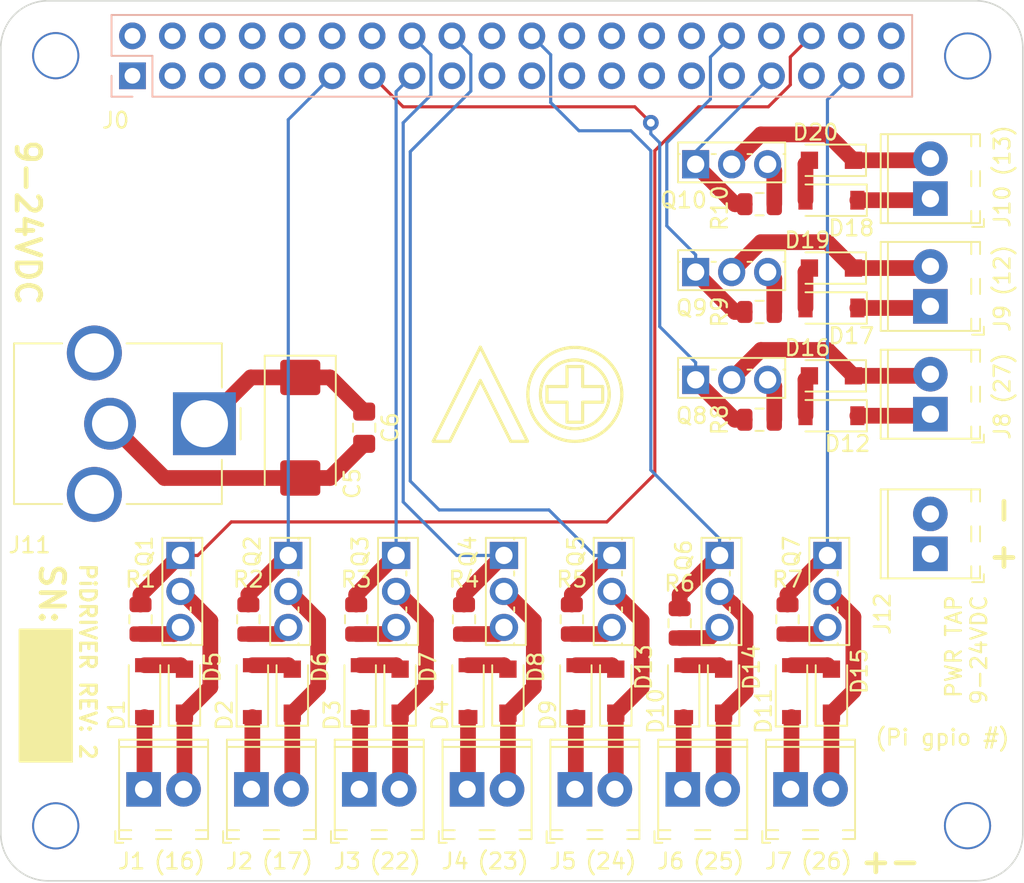
<source format=kicad_pcb>
(kicad_pcb (version 20171130) (host pcbnew "(5.0.0-3-g5ebb6b6)")
  (title_block (title PiDriver) (date 2018-09-06) (rev 2) (company "Alpine Oral Tech, Inc.") (comment 1 "Copyright 2018 by Alpine Oral Tech. Inc. All Rights Reserved."))
  (layers (0 F.Cu signal) (1 In1.Cu power hide) (2 In2.Cu power hide) (31 B.Cu signal) (34 B.Paste user) (35 F.Paste user) (36 B.SilkS user) (37 F.SilkS user) (38 B.Mask user) (39 F.Mask user) (44 Edge.Cuts user))
  (net 0 "")
  (net 1 GND)
  (net 2 VCC)
  (net 3 "Net-(D8-Pad1)")
  (net 4 "Net-(D20-Pad1)")
  (net 5 "Net-(D19-Pad1)")
  (net 6 "Net-(D16-Pad1)")
  (net 7 "Net-(D15-Pad1)")
  (net 8 "Net-(D5-Pad1)")
  (net 9 "Net-(D6-Pad1)")
  (net 10 "Net-(D7-Pad1)")
  (net 11 "Net-(D14-Pad1)")
  (net 12 "Net-(D13-Pad1)")
  (net 13 /DRIVER_10)
  (net 14 /DRIVER_9)
  (net 15 /DRIVER_8)
  (net 16 /DRIVER_7)
  (net 17 /DRIVER_6)
  (net 18 /DRIVER_5)
  (net 19 /DRIVER_4)
  (net 20 /DRIVER_3)
  (net 21 /DRIVER_2)
  (net 22 /DRIVER_1)
  (net 23 "Net-(D18-Pad2)")
  (net 24 "Net-(D17-Pad2)")
  (net 25 "Net-(D12-Pad2)")
  (net 26 "Net-(D11-Pad2)")
  (net 27 "Net-(D10-Pad2)")
  (net 28 "Net-(D13-Pad2)")
  (net 29 "Net-(D4-Pad2)")
  (net 30 "Net-(D3-Pad2)")
  (net 31 "Net-(D2-Pad2)")
  (net 32 "Net-(D1-Pad2)")
  (net 33 "Net-(J0-Pad40)")
  (net 34 "Net-(J0-Pad38)")
  (net 35 "Net-(J0-Pad35)")
  (net 36 "Net-(J0-Pad31)")
  (net 37 "Net-(J0-Pad29)")
  (net 38 "Net-(J0-Pad28)")
  (net 39 "Net-(J0-Pad27)")
  (net 40 "Net-(J0-Pad26)")
  (net 41 "Net-(J0-Pad24)")
  (net 42 "Net-(J0-Pad23)")
  (net 43 "Net-(J0-Pad21)")
  (net 44 "Net-(J0-Pad19)")
  (net 45 "Net-(J0-Pad17)")
  (net 46 "Net-(J0-Pad12)")
  (net 47 "Net-(J0-Pad10)")
  (net 48 "Net-(J0-Pad8)")
  (net 49 "Net-(J0-Pad7)")
  (net 50 "Net-(J0-Pad5)")
  (net 51 "Net-(J0-Pad3)")
  (net 52 "Net-(J0-Pad1)")
  (net 53 "Net-(J0-Pad4)")
  (net 54 "Net-(J0-Pad2)")
  (module project_footprints:AlpineLogo (layer F.Cu) (at 112.014 88.9)
    (fp_text reference LOGO1 hide)
    (fp_text value AlpineLogo hide)
  )
  (module TerminalBlock_Phoenix:TerminalBlock_Phoenix_MPT-0,5-2-2.54_1x02_P2.54mm_Horizontal (layer F.Cu) (at 137.668 96.012 90)
    (fp_text reference J12 (at -3.81 -3.048 90) (layer F.SilkS))
    (fp_text value Screw_Terminal_01x02)
    (pad 1 thru_hole rect (at 0 0 90) (size 2.2 2.2) (drill 1.1) (layers *.Cu *.Mask) (net 2 VCC))
    (pad "" np_thru_hole circle (at 0 2.54 90) (size 1.1 1.1) (drill 1.1) (layers *.Cu *.Mask))
    (pad 2 thru_hole circle (at 2.54 0 90) (size 2.2 2.2) (drill 1.1) (layers *.Cu *.Mask) (net 1 GND))
    (pad "" np_thru_hole circle (at 2.54 2.54 90) (size 1.1 1.1) (drill 1.1) (layers *.Cu *.Mask))
  )
  (module Capacitor_Tantalum_SMD:CP_EIA-7343-43_Kemet-X_Pad2.25x2.55mm_HandSolder (layer F.Cu) (at 97.593001 87.985001 270)
    (fp_text reference C5 (at 3.556 -3.302 270) (layer F.SilkS))
    (fp_text value 100uF)
    (pad 1 smd roundrect (at -3.2 0 270) (size 2.25 2.55) (layers F.Cu F.Paste F.Mask) (roundrect_rratio 0.111111) (net 2 VCC))
    (pad 2 smd roundrect (at 3.2 0 270) (size 2.25 2.55) (layers F.Cu F.Paste F.Mask) (roundrect_rratio 0.111111) (net 1 GND))
  )
  (module Capacitor_SMD:C_0805_2012Metric_Pad1.15x1.40mm_HandSolder (layer F.Cu) (at 101.657001 87.985001 270)
    (fp_text reference C6 (at 0 -1.65 270) (layer F.SilkS))
    (fp_text value DNP)
    (pad 1 smd roundrect (at -1.025 0 270) (size 1.15 1.4) (layers F.Cu F.Paste F.Mask) (roundrect_rratio 0.217391) (net 2 VCC))
    (pad 2 smd roundrect (at 1.025 0 270) (size 1.15 1.4) (layers F.Cu F.Paste F.Mask) (roundrect_rratio 0.217391) (net 1 GND))
  )
  (module TerminalBlock_Phoenix:TerminalBlock_Phoenix_MPT-0,5-2-2.54_1x02_P2.54mm_Horizontal (layer F.Cu) (at 115.062 110.998)
    (fp_text reference J5 (at -0.762 4.572) (layer F.SilkS))
    (fp_text value Screw_Terminal_01x02 hide)
    (pad "" np_thru_hole circle (at 2.54 2.54) (size 1.1 1.1) (drill 1.1) (layers *.Cu *.Mask))
    (pad 2 thru_hole circle (at 2.54 0) (size 2.2 2.2) (drill 1.1) (layers *.Cu *.Mask) (net 12 "Net-(D13-Pad1)"))
    (pad "" np_thru_hole circle (at 0 2.54) (size 1.1 1.1) (drill 1.1) (layers *.Cu *.Mask))
    (pad 1 thru_hole rect (at 0 0) (size 2.2 2.2) (drill 1.1) (layers *.Cu *.Mask) (net 2 VCC))
  )
  (module TerminalBlock_Phoenix:TerminalBlock_Phoenix_MPT-0,5-2-2.54_1x02_P2.54mm_Horizontal (layer F.Cu) (at 121.92 110.998)
    (fp_text reference J6 (at -0.762 4.572) (layer F.SilkS))
    (fp_text value Screw_Terminal_01x02 hide)
    (pad 1 thru_hole rect (at 0 0) (size 2.2 2.2) (drill 1.1) (layers *.Cu *.Mask) (net 2 VCC))
    (pad "" np_thru_hole circle (at 0 2.54) (size 1.1 1.1) (drill 1.1) (layers *.Cu *.Mask))
    (pad 2 thru_hole circle (at 2.54 0) (size 2.2 2.2) (drill 1.1) (layers *.Cu *.Mask) (net 11 "Net-(D14-Pad1)"))
    (pad "" np_thru_hole circle (at 2.54 2.54) (size 1.1 1.1) (drill 1.1) (layers *.Cu *.Mask))
  )
  (module TerminalBlock_Phoenix:TerminalBlock_Phoenix_MPT-0,5-2-2.54_1x02_P2.54mm_Horizontal (layer F.Cu) (at 101.346 110.998)
    (fp_text reference J3 (at -0.762 4.572) (layer F.SilkS))
    (fp_text value Screw_Terminal_01x02 hide)
    (pad "" np_thru_hole circle (at 2.54 2.54) (size 1.1 1.1) (drill 1.1) (layers *.Cu *.Mask))
    (pad 2 thru_hole circle (at 2.54 0) (size 2.2 2.2) (drill 1.1) (layers *.Cu *.Mask) (net 10 "Net-(D7-Pad1)"))
    (pad "" np_thru_hole circle (at 0 2.54) (size 1.1 1.1) (drill 1.1) (layers *.Cu *.Mask))
    (pad 1 thru_hole rect (at 0 0) (size 2.2 2.2) (drill 1.1) (layers *.Cu *.Mask) (net 2 VCC))
  )
  (module TerminalBlock_Phoenix:TerminalBlock_Phoenix_MPT-0,5-2-2.54_1x02_P2.54mm_Horizontal (layer F.Cu) (at 94.488 110.998)
    (fp_text reference J2 (at -0.762 4.572) (layer F.SilkS))
    (fp_text value Screw_Terminal_01x02 hide)
    (pad 1 thru_hole rect (at 0 0) (size 2.2 2.2) (drill 1.1) (layers *.Cu *.Mask) (net 2 VCC))
    (pad "" np_thru_hole circle (at 0 2.54) (size 1.1 1.1) (drill 1.1) (layers *.Cu *.Mask))
    (pad 2 thru_hole circle (at 2.54 0) (size 2.2 2.2) (drill 1.1) (layers *.Cu *.Mask) (net 9 "Net-(D6-Pad1)"))
    (pad "" np_thru_hole circle (at 2.54 2.54) (size 1.1 1.1) (drill 1.1) (layers *.Cu *.Mask))
  )
  (module TerminalBlock_Phoenix:TerminalBlock_Phoenix_MPT-0,5-2-2.54_1x02_P2.54mm_Horizontal (layer F.Cu) (at 87.63 110.998)
    (fp_text reference J1 (at -0.762 4.572) (layer F.SilkS))
    (fp_text value Screw_Terminal_01x02 hide)
    (pad "" np_thru_hole circle (at 2.54 2.54) (size 1.1 1.1) (drill 1.1) (layers *.Cu *.Mask))
    (pad 2 thru_hole circle (at 2.54 0) (size 2.2 2.2) (drill 1.1) (layers *.Cu *.Mask) (net 8 "Net-(D5-Pad1)"))
    (pad "" np_thru_hole circle (at 0 2.54) (size 1.1 1.1) (drill 1.1) (layers *.Cu *.Mask))
    (pad 1 thru_hole rect (at 0 0) (size 2.2 2.2) (drill 1.1) (layers *.Cu *.Mask) (net 2 VCC))
  )
  (module TerminalBlock_Phoenix:TerminalBlock_Phoenix_MPT-0,5-2-2.54_1x02_P2.54mm_Horizontal (layer F.Cu) (at 128.778 110.998)
    (fp_text reference J7 (at -0.762 4.572) (layer F.SilkS))
    (fp_text value Screw_Terminal_01x02 hide)
    (pad 1 thru_hole rect (at 0 0) (size 2.2 2.2) (drill 1.1) (layers *.Cu *.Mask) (net 2 VCC))
    (pad "" np_thru_hole circle (at 0 2.54) (size 1.1 1.1) (drill 1.1) (layers *.Cu *.Mask))
    (pad 2 thru_hole circle (at 2.54 0) (size 2.2 2.2) (drill 1.1) (layers *.Cu *.Mask) (net 7 "Net-(D15-Pad1)"))
    (pad "" np_thru_hole circle (at 2.54 2.54) (size 1.1 1.1) (drill 1.1) (layers *.Cu *.Mask))
  )
  (module TerminalBlock_Phoenix:TerminalBlock_Phoenix_MPT-0,5-2-2.54_1x02_P2.54mm_Horizontal (layer F.Cu) (at 137.668 87.122 90)
    (fp_text reference J8 (at -0.762 4.572 90) (layer F.SilkS))
    (fp_text value Screw_Terminal_01x02 hide)
    (pad "" np_thru_hole circle (at 2.54 2.54 90) (size 1.1 1.1) (drill 1.1) (layers *.Cu *.Mask))
    (pad 2 thru_hole circle (at 2.54 0 90) (size 2.2 2.2) (drill 1.1) (layers *.Cu *.Mask) (net 6 "Net-(D16-Pad1)"))
    (pad "" np_thru_hole circle (at 0 2.54 90) (size 1.1 1.1) (drill 1.1) (layers *.Cu *.Mask))
    (pad 1 thru_hole rect (at 0 0 90) (size 2.2 2.2) (drill 1.1) (layers *.Cu *.Mask) (net 2 VCC))
  )
  (module TerminalBlock_Phoenix:TerminalBlock_Phoenix_MPT-0,5-2-2.54_1x02_P2.54mm_Horizontal (layer F.Cu) (at 137.668 80.264 90)
    (fp_text reference J9 (at -0.762 4.572 90) (layer F.SilkS))
    (fp_text value Screw_Terminal_01x02 hide)
    (pad 1 thru_hole rect (at 0 0 90) (size 2.2 2.2) (drill 1.1) (layers *.Cu *.Mask) (net 2 VCC))
    (pad "" np_thru_hole circle (at 0 2.54 90) (size 1.1 1.1) (drill 1.1) (layers *.Cu *.Mask))
    (pad 2 thru_hole circle (at 2.54 0 90) (size 2.2 2.2) (drill 1.1) (layers *.Cu *.Mask) (net 5 "Net-(D19-Pad1)"))
    (pad "" np_thru_hole circle (at 2.54 2.54 90) (size 1.1 1.1) (drill 1.1) (layers *.Cu *.Mask))
  )
  (module TerminalBlock_Phoenix:TerminalBlock_Phoenix_MPT-0,5-2-2.54_1x02_P2.54mm_Horizontal (layer F.Cu) (at 137.668 73.406 90)
    (fp_text reference J10 (at -0.508 4.572 90) (layer F.SilkS))
    (fp_text value Screw_Terminal_01x02 hide)
    (pad "" np_thru_hole circle (at 2.54 2.54 90) (size 1.1 1.1) (drill 1.1) (layers *.Cu *.Mask))
    (pad 2 thru_hole circle (at 2.54 0 90) (size 2.2 2.2) (drill 1.1) (layers *.Cu *.Mask) (net 4 "Net-(D20-Pad1)"))
    (pad "" np_thru_hole circle (at 0 2.54 90) (size 1.1 1.1) (drill 1.1) (layers *.Cu *.Mask))
    (pad 1 thru_hole rect (at 0 0 90) (size 2.2 2.2) (drill 1.1) (layers *.Cu *.Mask) (net 2 VCC))
  )
  (module TerminalBlock_Phoenix:TerminalBlock_Phoenix_MPT-0,5-2-2.54_1x02_P2.54mm_Horizontal (layer F.Cu) (at 108.204 110.998)
    (fp_text reference J4 (at -0.762 4.572) (layer F.SilkS))
    (fp_text value Screw_Terminal_01x02 hide)
    (pad 1 thru_hole rect (at 0 0) (size 2.2 2.2) (drill 1.1) (layers *.Cu *.Mask) (net 2 VCC))
    (pad "" np_thru_hole circle (at 0 2.54) (size 1.1 1.1) (drill 1.1) (layers *.Cu *.Mask))
    (pad 2 thru_hole circle (at 2.54 0) (size 2.2 2.2) (drill 1.1) (layers *.Cu *.Mask) (net 3 "Net-(D8-Pad1)"))
    (pad "" np_thru_hole circle (at 2.54 2.54) (size 1.1 1.1) (drill 1.1) (layers *.Cu *.Mask))
  )
  (module Diode_SMD:D_SOD-123 (layer F.Cu) (at 87.687001 104.749001 90)
    (fp_text reference D1 (at -1.524 -1.778 90) (layer F.SilkS))
    (fp_text value 1N4448W)
    (pad 2 smd rect (at 1.65 0 90) (size 0.9 1.2) (layers F.Cu F.Paste F.Mask) (net 32 "Net-(D1-Pad2)"))
    (pad 1 smd rect (at -1.65 0 90) (size 0.9 1.2) (layers F.Cu F.Paste F.Mask) (net 2 VCC))
  )
  (module Diode_SMD:D_SOD-123 (layer F.Cu) (at 94.545001 104.749001 90)
    (fp_text reference D2 (at -1.524 -1.778 90) (layer F.SilkS))
    (fp_text value 1N4448W)
    (pad 1 smd rect (at -1.65 0 90) (size 0.9 1.2) (layers F.Cu F.Paste F.Mask) (net 2 VCC))
    (pad 2 smd rect (at 1.65 0 90) (size 0.9 1.2) (layers F.Cu F.Paste F.Mask) (net 31 "Net-(D2-Pad2)"))
  )
  (module Diode_SMD:D_SOD-123 (layer F.Cu) (at 101.403001 104.749001 90)
    (fp_text reference D3 (at -1.524 -1.778 90) (layer F.SilkS))
    (fp_text value 1N4448W)
    (pad 2 smd rect (at 1.65 0 90) (size 0.9 1.2) (layers F.Cu F.Paste F.Mask) (net 30 "Net-(D3-Pad2)"))
    (pad 1 smd rect (at -1.65 0 90) (size 0.9 1.2) (layers F.Cu F.Paste F.Mask) (net 2 VCC))
  )
  (module Diode_SMD:D_SOD-123 (layer F.Cu) (at 108.261001 104.749001 90)
    (fp_text reference D4 (at -1.524 -1.778 90) (layer F.SilkS))
    (fp_text value 1N4448W)
    (pad 1 smd rect (at -1.65 0 90) (size 0.9 1.2) (layers F.Cu F.Paste F.Mask) (net 2 VCC))
    (pad 2 smd rect (at 1.65 0 90) (size 0.9 1.2) (layers F.Cu F.Paste F.Mask) (net 29 "Net-(D4-Pad2)"))
  )
  (module Diode_SMD:D_SOD-123 (layer F.Cu) (at 115.119001 104.749001 90)
    (fp_text reference D9 (at -1.524 -1.778 90) (layer F.SilkS))
    (fp_text value 1N4448W)
    (pad 2 smd rect (at 1.65 0 90) (size 0.9 1.2) (layers F.Cu F.Paste F.Mask) (net 28 "Net-(D13-Pad2)"))
    (pad 1 smd rect (at -1.65 0 90) (size 0.9 1.2) (layers F.Cu F.Paste F.Mask) (net 2 VCC))
  )
  (module Diode_SMD:D_SOD-123 (layer F.Cu) (at 121.977001 104.749001 90)
    (fp_text reference D10 (at -1.27 -1.778 90) (layer F.SilkS))
    (fp_text value 1N4448W)
    (pad 1 smd rect (at -1.65 0 90) (size 0.9 1.2) (layers F.Cu F.Paste F.Mask) (net 2 VCC))
    (pad 2 smd rect (at 1.65 0 90) (size 0.9 1.2) (layers F.Cu F.Paste F.Mask) (net 27 "Net-(D10-Pad2)"))
  )
  (module Diode_SMD:D_SOD-123 (layer F.Cu) (at 128.835001 104.749001 90)
    (fp_text reference D11 (at -1.27 -1.778 90) (layer F.SilkS))
    (fp_text value 1N4448W)
    (pad 2 smd rect (at 1.65 0 90) (size 0.9 1.2) (layers F.Cu F.Paste F.Mask) (net 26 "Net-(D11-Pad2)"))
    (pad 1 smd rect (at -1.65 0 90) (size 0.9 1.2) (layers F.Cu F.Paste F.Mask) (net 2 VCC))
  )
  (module Diode_SMD:D_SOD-123 (layer F.Cu) (at 131.375001 87.223001 180)
    (fp_text reference D12 (at -1.016 -1.778 180) (layer F.SilkS))
    (fp_text value 1N4448W)
    (pad 1 smd rect (at -1.65 0 180) (size 0.9 1.2) (layers F.Cu F.Paste F.Mask) (net 2 VCC))
    (pad 2 smd rect (at 1.65 0 180) (size 0.9 1.2) (layers F.Cu F.Paste F.Mask) (net 25 "Net-(D12-Pad2)"))
  )
  (module Diode_SMD:D_SOD-123 (layer F.Cu) (at 131.375001 80.365001 180)
    (fp_text reference D17 (at -1.27 -1.778 180) (layer F.SilkS))
    (fp_text value 1N4448W)
    (pad 2 smd rect (at 1.65 0 180) (size 0.9 1.2) (layers F.Cu F.Paste F.Mask) (net 24 "Net-(D17-Pad2)"))
    (pad 1 smd rect (at -1.65 0 180) (size 0.9 1.2) (layers F.Cu F.Paste F.Mask) (net 2 VCC))
  )
  (module Diode_SMD:D_SOD-123 (layer F.Cu) (at 131.375001 73.507001 180)
    (fp_text reference D18 (at -1.27 -1.778 180) (layer F.SilkS))
    (fp_text value 1N4448W)
    (pad 1 smd rect (at -1.65 0 180) (size 0.9 1.2) (layers F.Cu F.Paste F.Mask) (net 2 VCC))
    (pad 2 smd rect (at 1.65 0 180) (size 0.9 1.2) (layers F.Cu F.Paste F.Mask) (net 23 "Net-(D18-Pad2)"))
  )
  (module Diode_SMD:D_SOD-123F (layer F.Cu) (at 90.227001 104.749001 90)
    (fp_text reference D5 (at 1.524 1.778 90) (layer F.SilkS))
    (fp_text value DZ2W39000L)
    (pad 2 smd rect (at 1.4 0 90) (size 1.1 1.1) (layers F.Cu F.Paste F.Mask) (net 32 "Net-(D1-Pad2)"))
    (pad 1 smd rect (at -1.4 0 90) (size 1.1 1.1) (layers F.Cu F.Paste F.Mask) (net 8 "Net-(D5-Pad1)"))
  )
  (module Diode_SMD:D_SOD-123F (layer F.Cu) (at 97.085001 104.749001 90)
    (fp_text reference D6 (at 1.524 1.778 90) (layer F.SilkS))
    (fp_text value DZ2W39000L)
    (pad 1 smd rect (at -1.4 0 90) (size 1.1 1.1) (layers F.Cu F.Paste F.Mask) (net 9 "Net-(D6-Pad1)"))
    (pad 2 smd rect (at 1.4 0 90) (size 1.1 1.1) (layers F.Cu F.Paste F.Mask) (net 31 "Net-(D2-Pad2)"))
  )
  (module Diode_SMD:D_SOD-123F (layer F.Cu) (at 103.943001 104.749001 90)
    (fp_text reference D7 (at 1.524 1.778 90) (layer F.SilkS))
    (fp_text value DZ2W39000L)
    (pad 2 smd rect (at 1.4 0 90) (size 1.1 1.1) (layers F.Cu F.Paste F.Mask) (net 30 "Net-(D3-Pad2)"))
    (pad 1 smd rect (at -1.4 0 90) (size 1.1 1.1) (layers F.Cu F.Paste F.Mask) (net 10 "Net-(D7-Pad1)"))
  )
  (module Diode_SMD:D_SOD-123F (layer F.Cu) (at 110.801001 104.749001 90)
    (fp_text reference D8 (at 1.524 1.778 90) (layer F.SilkS))
    (fp_text value DZ2W39000L)
    (pad 1 smd rect (at -1.4 0 90) (size 1.1 1.1) (layers F.Cu F.Paste F.Mask) (net 3 "Net-(D8-Pad1)"))
    (pad 2 smd rect (at 1.4 0 90) (size 1.1 1.1) (layers F.Cu F.Paste F.Mask) (net 29 "Net-(D4-Pad2)"))
  )
  (module Diode_SMD:D_SOD-123F (layer F.Cu) (at 117.659001 104.749001 90)
    (fp_text reference D13 (at 1.524 1.778 90) (layer F.SilkS))
    (fp_text value DZ2W39000L)
    (pad 2 smd rect (at 1.4 0 90) (size 1.1 1.1) (layers F.Cu F.Paste F.Mask) (net 28 "Net-(D13-Pad2)"))
    (pad 1 smd rect (at -1.4 0 90) (size 1.1 1.1) (layers F.Cu F.Paste F.Mask) (net 12 "Net-(D13-Pad1)"))
  )
  (module Diode_SMD:D_SOD-123F (layer F.Cu) (at 124.517001 104.749001 90)
    (fp_text reference D14 (at 1.524 1.778 90) (layer F.SilkS))
    (fp_text value DZ2W39000L)
    (pad 1 smd rect (at -1.4 0 90) (size 1.1 1.1) (layers F.Cu F.Paste F.Mask) (net 11 "Net-(D14-Pad1)"))
    (pad 2 smd rect (at 1.4 0 90) (size 1.1 1.1) (layers F.Cu F.Paste F.Mask) (net 27 "Net-(D10-Pad2)"))
  )
  (module Diode_SMD:D_SOD-123F (layer F.Cu) (at 131.375001 104.749001 90)
    (fp_text reference D15 (at 1.27 1.778 90) (layer F.SilkS))
    (fp_text value DZ2W39000L)
    (pad 2 smd rect (at 1.4 0 90) (size 1.1 1.1) (layers F.Cu F.Paste F.Mask) (net 26 "Net-(D11-Pad2)"))
    (pad 1 smd rect (at -1.4 0 90) (size 1.1 1.1) (layers F.Cu F.Paste F.Mask) (net 7 "Net-(D15-Pad1)"))
  )
  (module Diode_SMD:D_SOD-123F (layer F.Cu) (at 131.375001 84.683001 180)
    (fp_text reference D16 (at 1.524 1.778 180) (layer F.SilkS))
    (fp_text value DZ2W39000L)
    (pad 1 smd rect (at -1.4 0 180) (size 1.1 1.1) (layers F.Cu F.Paste F.Mask) (net 6 "Net-(D16-Pad1)"))
    (pad 2 smd rect (at 1.4 0 180) (size 1.1 1.1) (layers F.Cu F.Paste F.Mask) (net 25 "Net-(D12-Pad2)"))
  )
  (module Diode_SMD:D_SOD-123F (layer F.Cu) (at 131.375001 77.825001 180)
    (fp_text reference D19 (at 1.524 1.778 180) (layer F.SilkS))
    (fp_text value DZ2W39000L)
    (pad 2 smd rect (at 1.4 0 180) (size 1.1 1.1) (layers F.Cu F.Paste F.Mask) (net 24 "Net-(D17-Pad2)"))
    (pad 1 smd rect (at -1.4 0 180) (size 1.1 1.1) (layers F.Cu F.Paste F.Mask) (net 5 "Net-(D19-Pad1)"))
  )
  (module Diode_SMD:D_SOD-123F (layer F.Cu) (at 131.375001 70.967001 180)
    (fp_text reference D20 (at 1.016 1.778 180) (layer F.SilkS))
    (fp_text value DZ2W39000L)
    (pad 1 smd rect (at -1.4 0 180) (size 1.1 1.1) (layers F.Cu F.Paste F.Mask) (net 4 "Net-(D20-Pad1)"))
    (pad 2 smd rect (at 1.4 0 180) (size 1.1 1.1) (layers F.Cu F.Paste F.Mask) (net 23 "Net-(D18-Pad2)"))
  )
  (module Connector_BarrelJack:BarrelJack_CUI_PJ-063AH_Horizontal_CircularHoles (layer F.Cu) (at 91.497001 87.731001 270)
    (fp_text reference J11 (at 7.721001 11.118999 180) (layer F.SilkS))
    (fp_text value Jack-DC)
    (pad 1 thru_hole rect (at 0 0 270) (size 4 4) (drill 3) (layers *.Cu *.Mask) (net 2 VCC))
    (pad 2 thru_hole circle (at 0 6 270) (size 3.3 3.3) (drill 2.3) (layers *.Cu *.Mask) (net 1 GND))
    (pad MP thru_hole circle (at -4.5 7 270) (size 3.5 3.5) (drill 2.5) (layers *.Cu *.Mask))
    (pad MP thru_hole circle (at 4.5 7 270) (size 3.5 3.5) (drill 2.5) (layers *.Cu *.Mask))
    (pad "" np_thru_hole circle (at 0 9 270) (size 1.6 1.6) (drill 1.6) (layers *.Cu *.Mask))
  )
  (module Package_TO_SOT_THT:TO-251-3_Vertical (layer F.Cu) (at 89.973001 96.113001 270)
    (fp_text reference Q1 (at -0.254 2.286 270) (layer F.SilkS))
    (fp_text value IRLU024NPBF)
    (pad 3 thru_hole oval (at 4.58 0 270) (size 1.7175 1.8) (drill 1.1) (layers *.Cu *.Mask) (net 1 GND))
    (pad 2 thru_hole oval (at 2.29 0 270) (size 1.7175 1.8) (drill 1.1) (layers *.Cu *.Mask) (net 8 "Net-(D5-Pad1)"))
    (pad 1 thru_hole rect (at 0 0 270) (size 1.7175 1.8) (drill 1.1) (layers *.Cu *.Mask) (net 22 /DRIVER_1))
  )
  (module Package_TO_SOT_THT:TO-251-3_Vertical (layer F.Cu) (at 96.831001 96.113001 270)
    (fp_text reference Q2 (at -0.254 2.286 270) (layer F.SilkS))
    (fp_text value IRLU024NPBF)
    (pad 1 thru_hole rect (at 0 0 270) (size 1.7175 1.8) (drill 1.1) (layers *.Cu *.Mask) (net 21 /DRIVER_2))
    (pad 2 thru_hole oval (at 2.29 0 270) (size 1.7175 1.8) (drill 1.1) (layers *.Cu *.Mask) (net 9 "Net-(D6-Pad1)"))
    (pad 3 thru_hole oval (at 4.58 0 270) (size 1.7175 1.8) (drill 1.1) (layers *.Cu *.Mask) (net 1 GND))
  )
  (module Package_TO_SOT_THT:TO-251-3_Vertical (layer F.Cu) (at 103.689001 96.113001 270)
    (fp_text reference Q3 (at -0.254 2.286 270) (layer F.SilkS))
    (fp_text value IRLU024NPBF)
    (pad 3 thru_hole oval (at 4.58 0 270) (size 1.7175 1.8) (drill 1.1) (layers *.Cu *.Mask) (net 1 GND))
    (pad 2 thru_hole oval (at 2.29 0 270) (size 1.7175 1.8) (drill 1.1) (layers *.Cu *.Mask) (net 10 "Net-(D7-Pad1)"))
    (pad 1 thru_hole rect (at 0 0 270) (size 1.7175 1.8) (drill 1.1) (layers *.Cu *.Mask) (net 20 /DRIVER_3))
  )
  (module Package_TO_SOT_THT:TO-251-3_Vertical (layer F.Cu) (at 110.547001 96.113001 270)
    (fp_text reference Q4 (at -0.254 2.286 270) (layer F.SilkS))
    (fp_text value IRLU024NPBF)
    (pad 1 thru_hole rect (at 0 0 270) (size 1.7175 1.8) (drill 1.1) (layers *.Cu *.Mask) (net 19 /DRIVER_4))
    (pad 2 thru_hole oval (at 2.29 0 270) (size 1.7175 1.8) (drill 1.1) (layers *.Cu *.Mask) (net 3 "Net-(D8-Pad1)"))
    (pad 3 thru_hole oval (at 4.58 0 270) (size 1.7175 1.8) (drill 1.1) (layers *.Cu *.Mask) (net 1 GND))
  )
  (module Package_TO_SOT_THT:TO-251-3_Vertical (layer F.Cu) (at 117.405001 96.113001 270)
    (fp_text reference Q5 (at -0.254 2.286 270) (layer F.SilkS))
    (fp_text value IRLU024NPBF)
    (pad 3 thru_hole oval (at 4.58 0 270) (size 1.7175 1.8) (drill 1.1) (layers *.Cu *.Mask) (net 1 GND))
    (pad 2 thru_hole oval (at 2.29 0 270) (size 1.7175 1.8) (drill 1.1) (layers *.Cu *.Mask) (net 12 "Net-(D13-Pad1)"))
    (pad 1 thru_hole rect (at 0 0 270) (size 1.7175 1.8) (drill 1.1) (layers *.Cu *.Mask) (net 18 /DRIVER_5))
  )
  (module Package_TO_SOT_THT:TO-251-3_Vertical (layer F.Cu) (at 124.263001 96.113001 270)
    (fp_text reference Q6 (at 0 2.286 270) (layer F.SilkS))
    (fp_text value IRLU024NPBF)
    (pad 1 thru_hole rect (at 0 0 270) (size 1.7175 1.8) (drill 1.1) (layers *.Cu *.Mask) (net 17 /DRIVER_6))
    (pad 2 thru_hole oval (at 2.29 0 270) (size 1.7175 1.8) (drill 1.1) (layers *.Cu *.Mask) (net 11 "Net-(D14-Pad1)"))
    (pad 3 thru_hole oval (at 4.58 0 270) (size 1.7175 1.8) (drill 1.1) (layers *.Cu *.Mask) (net 1 GND))
  )
  (module Package_TO_SOT_THT:TO-251-3_Vertical (layer F.Cu) (at 131.121001 96.113001 270)
    (fp_text reference Q7 (at -0.254 2.286 270) (layer F.SilkS))
    (fp_text value IRLU024NPBF)
    (pad 3 thru_hole oval (at 4.58 0 270) (size 1.7175 1.8) (drill 1.1) (layers *.Cu *.Mask) (net 1 GND))
    (pad 2 thru_hole oval (at 2.29 0 270) (size 1.7175 1.8) (drill 1.1) (layers *.Cu *.Mask) (net 7 "Net-(D15-Pad1)"))
    (pad 1 thru_hole rect (at 0 0 270) (size 1.7175 1.8) (drill 1.1) (layers *.Cu *.Mask) (net 16 /DRIVER_7))
  )
  (module Package_TO_SOT_THT:TO-251-3_Vertical (layer F.Cu) (at 122.739001 84.937001)
    (fp_text reference Q8 (at -0.254 2.286) (layer F.SilkS))
    (fp_text value IRLU024NPBF)
    (pad 1 thru_hole rect (at 0 0) (size 1.7175 1.8) (drill 1.1) (layers *.Cu *.Mask) (net 15 /DRIVER_8))
    (pad 2 thru_hole oval (at 2.29 0) (size 1.7175 1.8) (drill 1.1) (layers *.Cu *.Mask) (net 6 "Net-(D16-Pad1)"))
    (pad 3 thru_hole oval (at 4.58 0) (size 1.7175 1.8) (drill 1.1) (layers *.Cu *.Mask) (net 1 GND))
  )
  (module Package_TO_SOT_THT:TO-251-3_Vertical (layer F.Cu) (at 122.739001 78.079001)
    (fp_text reference Q9 (at -0.254 2.286) (layer F.SilkS))
    (fp_text value IRLU024NPBF)
    (pad 3 thru_hole oval (at 4.58 0) (size 1.7175 1.8) (drill 1.1) (layers *.Cu *.Mask) (net 1 GND))
    (pad 2 thru_hole oval (at 2.29 0) (size 1.7175 1.8) (drill 1.1) (layers *.Cu *.Mask) (net 5 "Net-(D19-Pad1)"))
    (pad 1 thru_hole rect (at 0 0) (size 1.7175 1.8) (drill 1.1) (layers *.Cu *.Mask) (net 14 /DRIVER_9))
  )
  (module Package_TO_SOT_THT:TO-251-3_Vertical (layer F.Cu) (at 122.739001 71.221001)
    (fp_text reference Q10 (at -0.762 2.286) (layer F.SilkS))
    (fp_text value IRLU024NPBF)
    (pad 1 thru_hole rect (at 0 0) (size 1.7175 1.8) (drill 1.1) (layers *.Cu *.Mask) (net 13 /DRIVER_10))
    (pad 2 thru_hole oval (at 2.29 0) (size 1.7175 1.8) (drill 1.1) (layers *.Cu *.Mask) (net 4 "Net-(D20-Pad1)"))
    (pad 3 thru_hole oval (at 4.58 0) (size 1.7175 1.8) (drill 1.1) (layers *.Cu *.Mask) (net 1 GND))
  )
  (module Resistor_SMD:R_0805_2012Metric (layer F.Cu) (at 87.433001 100.177001 270)
    (fp_text reference R1 (at -2.54 0) (layer F.SilkS))
    (fp_text value 47K)
    (pad 2 smd roundrect (at 0.9375 0 270) (size 0.975 1.4) (layers F.Cu F.Paste F.Mask) (net 1 GND))
    (pad 1 smd roundrect (at -0.9375 0 270) (size 0.975 1.4) (layers F.Cu F.Paste F.Mask) (net 22 /DRIVER_1))
  )
  (module Resistor_SMD:R_0805_2012Metric (layer F.Cu) (at 94.291001 100.177001 270)
    (fp_text reference R2 (at -2.54 0) (layer F.SilkS))
    (fp_text value 47K)
    (pad 1 smd roundrect (at -0.9375 0 270) (size 0.975 1.4) (layers F.Cu F.Paste F.Mask) (net 21 /DRIVER_2))
    (pad 2 smd roundrect (at 0.9375 0 270) (size 0.975 1.4) (layers F.Cu F.Paste F.Mask) (net 1 GND))
  )
  (module Resistor_SMD:R_0805_2012Metric (layer F.Cu) (at 101.149001 100.177001 270)
    (fp_text reference R3 (at -2.54 0) (layer F.SilkS))
    (fp_text value 47K)
    (pad 2 smd roundrect (at 0.9375 0 270) (size 0.975 1.4) (layers F.Cu F.Paste F.Mask) (net 1 GND))
    (pad 1 smd roundrect (at -0.9375 0 270) (size 0.975 1.4) (layers F.Cu F.Paste F.Mask) (net 20 /DRIVER_3))
  )
  (module Resistor_SMD:R_0805_2012Metric (layer F.Cu) (at 108.007001 100.177001 270)
    (fp_text reference R4 (at -2.54 0) (layer F.SilkS))
    (fp_text value 47K)
    (pad 1 smd roundrect (at -0.9375 0 270) (size 0.975 1.4) (layers F.Cu F.Paste F.Mask) (net 19 /DRIVER_4))
    (pad 2 smd roundrect (at 0.9375 0 270) (size 0.975 1.4) (layers F.Cu F.Paste F.Mask) (net 1 GND))
  )
  (module Resistor_SMD:R_0805_2012Metric (layer F.Cu) (at 114.865001 100.177001 270)
    (fp_text reference R5 (at -2.54 0) (layer F.SilkS))
    (fp_text value 47K)
    (pad 2 smd roundrect (at 0.9375 0 270) (size 0.975 1.4) (layers F.Cu F.Paste F.Mask) (net 1 GND))
    (pad 1 smd roundrect (at -0.9375 0 270) (size 0.975 1.4) (layers F.Cu F.Paste F.Mask) (net 18 /DRIVER_5))
  )
  (module Resistor_SMD:R_0805_2012Metric (layer F.Cu) (at 121.723001 100.431001 270)
    (fp_text reference R6 (at -2.54 0) (layer F.SilkS))
    (fp_text value 47K)
    (pad 1 smd roundrect (at -0.9375 0 270) (size 0.975 1.4) (layers F.Cu F.Paste F.Mask) (net 17 /DRIVER_6))
    (pad 2 smd roundrect (at 0.9375 0 270) (size 0.975 1.4) (layers F.Cu F.Paste F.Mask) (net 1 GND))
  )
  (module Resistor_SMD:R_0805_2012Metric (layer F.Cu) (at 128.581001 100.177001 270)
    (fp_text reference R7 (at -2.54 0) (layer F.SilkS))
    (fp_text value 47K)
    (pad 2 smd roundrect (at 0.9375 0 270) (size 0.975 1.4) (layers F.Cu F.Paste F.Mask) (net 1 GND))
    (pad 1 smd roundrect (at -0.9375 0 270) (size 0.975 1.4) (layers F.Cu F.Paste F.Mask) (net 16 /DRIVER_7))
  )
  (module Resistor_SMD:R_0805_2012Metric (layer F.Cu) (at 126.803001 87.477001)
    (fp_text reference R8 (at -2.54 0 90) (layer F.SilkS))
    (fp_text value 47K)
    (pad 1 smd roundrect (at -0.9375 0) (size 0.975 1.4) (layers F.Cu F.Paste F.Mask) (net 15 /DRIVER_8))
    (pad 2 smd roundrect (at 0.9375 0) (size 0.975 1.4) (layers F.Cu F.Paste F.Mask) (net 1 GND))
  )
  (module Resistor_SMD:R_0805_2012Metric (layer F.Cu) (at 126.803001 80.619001)
    (fp_text reference R9 (at -2.54 0 90) (layer F.SilkS))
    (fp_text value 47K)
    (pad 2 smd roundrect (at 0.9375 0) (size 0.975 1.4) (layers F.Cu F.Paste F.Mask) (net 1 GND))
    (pad 1 smd roundrect (at -0.9375 0) (size 0.975 1.4) (layers F.Cu F.Paste F.Mask) (net 14 /DRIVER_9))
  )
  (module Resistor_SMD:R_0805_2012Metric (layer F.Cu) (at 126.803001 73.761001)
    (fp_text reference R10 (at -2.54 0.254 90) (layer F.SilkS))
    (fp_text value 47K)
    (pad 1 smd roundrect (at -0.9375 0) (size 0.975 1.4) (layers F.Cu F.Paste F.Mask) (net 13 /DRIVER_10))
    (pad 2 smd roundrect (at 0.9375 0) (size 0.975 1.4) (layers F.Cu F.Paste F.Mask) (net 1 GND))
  )
  (module Connector_PinSocket_2.54mm:PinSocket_2x20_P2.54mm_Vertical (layer B.Cu) (at 86.92 65.59 270)
    (fp_text reference J0 (at 2.837001 1.068) (layer F.SilkS))
    (fp_text value Raspberry_Pi_2_3 hide)
    (pad 40 thru_hole oval (at -2.54 -48.26 270) (size 1.7 1.7) (drill 1) (layers *.Cu *.Mask) (net 33 "Net-(J0-Pad40)"))
    (pad 39 thru_hole oval (at 0 -48.26 270) (size 1.7 1.7) (drill 1) (layers *.Cu *.Mask) (net 1 GND))
    (pad 38 thru_hole oval (at -2.54 -45.72 270) (size 1.7 1.7) (drill 1) (layers *.Cu *.Mask) (net 34 "Net-(J0-Pad38)"))
    (pad 37 thru_hole oval (at 0 -45.72 270) (size 1.7 1.7) (drill 1) (layers *.Cu *.Mask) (net 16 /DRIVER_7))
    (pad 36 thru_hole oval (at -2.54 -43.18 270) (size 1.7 1.7) (drill 1) (layers *.Cu *.Mask) (net 22 /DRIVER_1))
    (pad 35 thru_hole oval (at 0 -43.18 270) (size 1.7 1.7) (drill 1) (layers *.Cu *.Mask) (net 35 "Net-(J0-Pad35)"))
    (pad 34 thru_hole oval (at -2.54 -40.64 270) (size 1.7 1.7) (drill 1) (layers *.Cu *.Mask) (net 1 GND))
    (pad 33 thru_hole oval (at 0 -40.64 270) (size 1.7 1.7) (drill 1) (layers *.Cu *.Mask) (net 13 /DRIVER_10))
    (pad 32 thru_hole oval (at -2.54 -38.1 270) (size 1.7 1.7) (drill 1) (layers *.Cu *.Mask) (net 14 /DRIVER_9))
    (pad 31 thru_hole oval (at 0 -38.1 270) (size 1.7 1.7) (drill 1) (layers *.Cu *.Mask) (net 36 "Net-(J0-Pad31)"))
    (pad 30 thru_hole oval (at -2.54 -35.56 270) (size 1.7 1.7) (drill 1) (layers *.Cu *.Mask) (net 1 GND))
    (pad 29 thru_hole oval (at 0 -35.56 270) (size 1.7 1.7) (drill 1) (layers *.Cu *.Mask) (net 37 "Net-(J0-Pad29)"))
    (pad 28 thru_hole oval (at -2.54 -33.02 270) (size 1.7 1.7) (drill 1) (layers *.Cu *.Mask) (net 38 "Net-(J0-Pad28)"))
    (pad 27 thru_hole oval (at 0 -33.02 270) (size 1.7 1.7) (drill 1) (layers *.Cu *.Mask) (net 39 "Net-(J0-Pad27)"))
    (pad 26 thru_hole oval (at -2.54 -30.48 270) (size 1.7 1.7) (drill 1) (layers *.Cu *.Mask) (net 40 "Net-(J0-Pad26)"))
    (pad 25 thru_hole oval (at 0 -30.48 270) (size 1.7 1.7) (drill 1) (layers *.Cu *.Mask) (net 1 GND))
    (pad 24 thru_hole oval (at -2.54 -27.94 270) (size 1.7 1.7) (drill 1) (layers *.Cu *.Mask) (net 41 "Net-(J0-Pad24)"))
    (pad 23 thru_hole oval (at 0 -27.94 270) (size 1.7 1.7) (drill 1) (layers *.Cu *.Mask) (net 42 "Net-(J0-Pad23)"))
    (pad 22 thru_hole oval (at -2.54 -25.4 270) (size 1.7 1.7) (drill 1) (layers *.Cu *.Mask) (net 17 /DRIVER_6))
    (pad 21 thru_hole oval (at 0 -25.4 270) (size 1.7 1.7) (drill 1) (layers *.Cu *.Mask) (net 43 "Net-(J0-Pad21)"))
    (pad 20 thru_hole oval (at -2.54 -22.86 270) (size 1.7 1.7) (drill 1) (layers *.Cu *.Mask) (net 1 GND))
    (pad 19 thru_hole oval (at 0 -22.86 270) (size 1.7 1.7) (drill 1) (layers *.Cu *.Mask) (net 44 "Net-(J0-Pad19)"))
    (pad 18 thru_hole oval (at -2.54 -20.32 270) (size 1.7 1.7) (drill 1) (layers *.Cu *.Mask) (net 18 /DRIVER_5))
    (pad 17 thru_hole oval (at 0 -20.32 270) (size 1.7 1.7) (drill 1) (layers *.Cu *.Mask) (net 45 "Net-(J0-Pad17)"))
    (pad 16 thru_hole oval (at -2.54 -17.78 270) (size 1.7 1.7) (drill 1) (layers *.Cu *.Mask) (net 19 /DRIVER_4))
    (pad 15 thru_hole oval (at 0 -17.78 270) (size 1.7 1.7) (drill 1) (layers *.Cu *.Mask) (net 20 /DRIVER_3))
    (pad 14 thru_hole oval (at -2.54 -15.24 270) (size 1.7 1.7) (drill 1) (layers *.Cu *.Mask) (net 1 GND))
    (pad 13 thru_hole oval (at 0 -15.24 270) (size 1.7 1.7) (drill 1) (layers *.Cu *.Mask) (net 15 /DRIVER_8))
    (pad 12 thru_hole oval (at -2.54 -12.7 270) (size 1.7 1.7) (drill 1) (layers *.Cu *.Mask) (net 46 "Net-(J0-Pad12)"))
    (pad 11 thru_hole oval (at 0 -12.7 270) (size 1.7 1.7) (drill 1) (layers *.Cu *.Mask) (net 21 /DRIVER_2))
    (pad 10 thru_hole oval (at -2.54 -10.16 270) (size 1.7 1.7) (drill 1) (layers *.Cu *.Mask) (net 47 "Net-(J0-Pad10)"))
    (pad 9 thru_hole oval (at 0 -10.16 270) (size 1.7 1.7) (drill 1) (layers *.Cu *.Mask) (net 1 GND))
    (pad 8 thru_hole oval (at -2.54 -7.62 270) (size 1.7 1.7) (drill 1) (layers *.Cu *.Mask) (net 48 "Net-(J0-Pad8)"))
    (pad 7 thru_hole oval (at 0 -7.62 270) (size 1.7 1.7) (drill 1) (layers *.Cu *.Mask) (net 49 "Net-(J0-Pad7)"))
    (pad 6 thru_hole oval (at -2.54 -5.08 270) (size 1.7 1.7) (drill 1) (layers *.Cu *.Mask) (net 1 GND))
    (pad 5 thru_hole oval (at 0 -5.08 270) (size 1.7 1.7) (drill 1) (layers *.Cu *.Mask) (net 50 "Net-(J0-Pad5)"))
    (pad 4 thru_hole oval (at -2.54 -2.54 270) (size 1.7 1.7) (drill 1) (layers *.Cu *.Mask) (net 53 "Net-(J0-Pad4)"))
    (pad 3 thru_hole oval (at 0 -2.54 270) (size 1.7 1.7) (drill 1) (layers *.Cu *.Mask) (net 51 "Net-(J0-Pad3)"))
    (pad 2 thru_hole oval (at -2.54 0 270) (size 1.7 1.7) (drill 1) (layers *.Cu *.Mask) (net 54 "Net-(J0-Pad2)"))
    (pad 1 thru_hole rect (at 0 0 270) (size 1.7 1.7) (drill 1) (layers *.Cu *.Mask) (net 52 "Net-(J0-Pad1)"))
  )
  (module project_footprints:NPTH_3mm_ID (layer F.Cu) (at 82.04 64.31)
    (fp_text reference MH1 hide)
    (fp_text value MountingHole hide)
    (pad "" np_thru_hole circle (at 0 0) (size 3 3) (drill 2.75) (layers *.Cu *.Mask) (clearance 1.6))
  )
  (module project_footprints:NPTH_3mm_ID (layer F.Cu) (at 140.04 64.33)
    (fp_text reference MH2 hide)
    (fp_text value MountingHole hide)
    (pad "" np_thru_hole circle (at 0 0) (size 3 3) (drill 2.75) (layers *.Cu *.Mask) (clearance 1.6))
  )
  (module project_footprints:NPTH_3mm_ID (layer F.Cu) (at 82.04 113.32)
    (fp_text reference MH3 hide)
    (fp_text value MountingHole hide)
    (pad "" np_thru_hole circle (at 0 0) (size 3 3) (drill 2.75) (layers *.Cu *.Mask) (clearance 1.6))
  )
  (module project_footprints:NPTH_3mm_ID (layer F.Cu) (at 140.03 113.31)
    (fp_text reference MH4 hide)
    (fp_text value MountingHole hide)
    (pad "" np_thru_hole circle (at 0 0) (size 3 3) (drill 2.75) (layers *.Cu *.Mask) (clearance 1.6))
  )
  (gr_text +- (at 135.128 115.57) (layer F.SilkS) (effects (font (size 1.5 1.5) (thickness 0.3))))
  (gr_text "(Pi gpio #)" (at 138.43 107.696) (layer F.SilkS) (effects (font (size 1 1))))
  (gr_text "PWR TAP\n9-24VDC" (at 139.954 98.552 90) (layer F.SilkS) (effects (font (size 1 1)) (justify right)))
  (gr_text "+ -" (at 142.24 94.742 90) (layer F.SilkS) (effects (font (size 1.5 1.5) (thickness 0.3))))
  (gr_text "(13)" (at 142.24 70.358 90) (layer F.SilkS) (effects (font (size 1 1))))
  (gr_text "(12)" (at 142.24 77.978 90) (layer F.SilkS) (effects (font (size 1 1))))
  (gr_text "(27)" (at 142.24 84.836 90) (layer F.SilkS) (effects (font (size 1 1))))
  (gr_text "(26)" (at 131.064 115.57) (layer F.SilkS) (effects (font (size 1 1))))
  (gr_text "(25)" (at 124.206 115.57) (layer F.SilkS) (effects (font (size 1 1))))
  (gr_text "(24)" (at 117.348 115.57) (layer F.SilkS) (effects (font (size 1 1))))
  (gr_text "(23)" (at 110.49 115.57) (layer F.SilkS) (effects (font (size 1 1))))
  (gr_text "(22)" (at 103.632 115.57) (layer F.SilkS) (effects (font (size 1 1))))
  (gr_text "(17)" (at 96.774 115.57) (layer F.SilkS) (effects (font (size 1 1))))
  (gr_text "(16)" (at 89.916 115.57) (layer F.SilkS) (effects (font (size 1 1))))
  (gr_text 9-24VDC (at 80.264 74.93 270) (layer F.SilkS) (effects (font (size 1.5 1.5) (thickness 0.3))))
  (gr_poly (pts (xy 79.756 100.838) (xy 83.058 100.838) (xy 83.058 109.22) (xy 79.756 109.22)) (layer F.SilkS) (width 0.15))
  (gr_text "PiDRIVER REV: 2" (at 84.074 102.87 270) (layer F.SilkS) (effects (font (size 1 1) (thickness 0.2))))
  (gr_text SN: (at 81.788 98.552 270) (layer F.SilkS) (effects (font (size 1.5 1.5) (thickness 0.3))))
  (gr_line (start 78.546356 63.817611) (end 78.546356 113.817611) (layer Edge.Cuts) (width 0.1))
  (gr_arc (start 81.546356 63.817611) (end 81.546356 60.817611) (angle -90) (layer Edge.Cuts) (width 0.1))
  (gr_line (start 140.546356 60.817611) (end 81.546356 60.817611) (layer Edge.Cuts) (width 0.1))
  (gr_arc (start 140.546356 63.817611) (end 143.546356 63.817611) (angle -90) (layer Edge.Cuts) (width 0.1))
  (gr_line (start 143.546356 113.817611) (end 143.546356 63.817611) (layer Edge.Cuts) (width 0.1))
  (gr_arc (start 81.546356 113.817611) (end 78.546356 113.817611) (angle -90) (layer Edge.Cuts) (width 0.1))
  (gr_line (start 81.546356 116.817611) (end 140.546356 116.817611) (layer Edge.Cuts) (width 0.1))
  (gr_arc (start 140.546356 113.817611) (end 140.546356 116.817611) (angle -89.9) (layer Edge.Cuts) (width 0.1))
  (segment (start 88.951001 91.185001) (end 85.497001 87.731001) (width 1) (layer F.Cu) (net 1))
  (segment (start 97.593001 91.185001) (end 88.951001 91.185001) (width 1) (layer F.Cu) (net 1))
  (segment (start 99.482001 91.185001) (end 101.657001 89.010001) (width 1) (layer F.Cu) (net 1))
  (segment (start 97.593001 91.185001) (end 99.482001 91.185001) (width 1) (layer F.Cu) (net 1))
  (segment (start 89.551501 101.114501) (end 89.973001 100.693001) (width 1) (layer F.Cu) (net 1))
  (segment (start 87.433001 101.114501) (end 89.551501 101.114501) (width 1) (layer F.Cu) (net 1))
  (segment (start 96.409501 101.114501) (end 96.831001 100.693001) (width 1) (layer F.Cu) (net 1))
  (segment (start 94.291001 101.114501) (end 96.409501 101.114501) (width 1) (layer F.Cu) (net 1))
  (segment (start 103.267501 101.114501) (end 103.689001 100.693001) (width 1) (layer F.Cu) (net 1))
  (segment (start 101.149001 101.114501) (end 103.267501 101.114501) (width 1) (layer F.Cu) (net 1))
  (segment (start 110.125501 101.114501) (end 110.547001 100.693001) (width 1) (layer F.Cu) (net 1))
  (segment (start 108.007001 101.114501) (end 110.125501 101.114501) (width 1) (layer F.Cu) (net 1))
  (segment (start 116.983501 101.114501) (end 117.405001 100.693001) (width 1) (layer F.Cu) (net 1))
  (segment (start 114.865001 101.114501) (end 116.983501 101.114501) (width 1) (layer F.Cu) (net 1))
  (segment (start 123.587501 101.368501) (end 124.263001 100.693001) (width 1) (layer F.Cu) (net 1))
  (segment (start 121.723001 101.368501) (end 123.587501 101.368501) (width 1) (layer F.Cu) (net 1))
  (segment (start 130.699501 101.114501) (end 131.121001 100.693001) (width 1) (layer F.Cu) (net 1))
  (segment (start 128.581001 101.114501) (end 130.699501 101.114501) (width 1) (layer F.Cu) (net 1))
  (segment (start 127.740501 85.358501) (end 127.319001 84.937001) (width 1) (layer F.Cu) (net 1))
  (segment (start 127.740501 87.477001) (end 127.740501 85.358501) (width 1) (layer F.Cu) (net 1))
  (segment (start 127.740501 78.500501) (end 127.319001 78.079001) (width 1) (layer F.Cu) (net 1))
  (segment (start 127.740501 80.619001) (end 127.740501 78.500501) (width 1) (layer F.Cu) (net 1))
  (segment (start 127.740501 71.642501) (end 127.319001 71.221001) (width 1) (layer F.Cu) (net 1))
  (segment (start 127.740501 73.761001) (end 127.740501 71.642501) (width 1) (layer F.Cu) (net 1))
  (segment (start 94.443001 84.785001) (end 91.497001 87.731001) (width 1) (layer F.Cu) (net 2))
  (segment (start 97.593001 84.785001) (end 94.443001 84.785001) (width 1) (layer F.Cu) (net 2))
  (segment (start 97.736001 84.928001) (end 97.593001 84.785001) (width 1) (layer F.Cu) (net 2))
  (segment (start 99.482001 84.785001) (end 101.657001 86.960001) (width 1) (layer F.Cu) (net 2))
  (segment (start 97.593001 84.785001) (end 99.482001 84.785001) (width 1) (layer F.Cu) (net 2))
  (segment (start 128.835001 110.940999) (end 128.778 110.998) (width 1) (layer F.Cu) (net 2))
  (segment (start 128.835001 106.399001) (end 128.835001 110.940999) (width 1) (layer F.Cu) (net 2))
  (segment (start 121.977001 110.940999) (end 121.92 110.998) (width 1) (layer F.Cu) (net 2))
  (segment (start 121.977001 106.399001) (end 121.977001 110.940999) (width 1) (layer F.Cu) (net 2))
  (segment (start 115.119001 110.940999) (end 115.062 110.998) (width 1) (layer F.Cu) (net 2))
  (segment (start 115.119001 106.399001) (end 115.119001 110.940999) (width 1) (layer F.Cu) (net 2))
  (segment (start 108.261001 110.940999) (end 108.204 110.998) (width 1) (layer F.Cu) (net 2))
  (segment (start 108.261001 106.399001) (end 108.261001 110.940999) (width 1) (layer F.Cu) (net 2))
  (segment (start 101.403001 110.940999) (end 101.346 110.998) (width 1) (layer F.Cu) (net 2))
  (segment (start 101.403001 106.399001) (end 101.403001 110.940999) (width 1) (layer F.Cu) (net 2))
  (segment (start 94.545001 110.940999) (end 94.488 110.998) (width 1) (layer F.Cu) (net 2))
  (segment (start 94.545001 106.399001) (end 94.545001 110.940999) (width 1) (layer F.Cu) (net 2))
  (segment (start 87.687001 110.940999) (end 87.63 110.998) (width 1) (layer F.Cu) (net 2))
  (segment (start 87.687001 106.399001) (end 87.687001 110.940999) (width 1) (layer F.Cu) (net 2))
  (segment (start 137.566999 87.223001) (end 137.668 87.122) (width 1) (layer F.Cu) (net 2))
  (segment (start 133.025001 87.223001) (end 137.566999 87.223001) (width 1) (layer F.Cu) (net 2))
  (segment (start 137.566999 80.365001) (end 137.668 80.264) (width 1) (layer F.Cu) (net 2))
  (segment (start 133.025001 80.365001) (end 137.566999 80.365001) (width 1) (layer F.Cu) (net 2))
  (segment (start 137.566999 73.507001) (end 137.668 73.406) (width 1) (layer F.Cu) (net 2))
  (segment (start 133.025001 73.507001) (end 137.566999 73.507001) (width 1) (layer F.Cu) (net 2))
  (segment (start 110.801001 110.940999) (end 110.744 110.998) (width 1) (layer F.Cu) (net 3))
  (segment (start 110.801001 106.149001) (end 110.801001 110.940999) (width 1) (layer F.Cu) (net 3))
  (segment (start 110.588251 98.403001) (end 110.547001 98.403001) (width 1) (layer F.Cu) (net 3))
  (segment (start 112.447001 100.261751) (end 110.588251 98.403001) (width 1) (layer F.Cu) (net 3))
  (segment (start 112.447001 104.503001) (end 112.447001 100.261751) (width 1) (layer F.Cu) (net 3))
  (segment (start 110.801001 106.149001) (end 112.447001 104.503001) (width 1) (layer F.Cu) (net 3))
  (segment (start 137.566999 70.967001) (end 137.668 70.866) (width 1) (layer F.Cu) (net 4))
  (segment (start 132.775001 70.967001) (end 137.566999 70.967001) (width 1) (layer F.Cu) (net 4))
  (segment (start 125.029001 71.179751) (end 125.029001 71.221001) (width 1) (layer F.Cu) (net 4))
  (segment (start 126.887751 69.321001) (end 125.029001 71.179751) (width 1) (layer F.Cu) (net 4))
  (segment (start 131.129001 69.321001) (end 126.887751 69.321001) (width 1) (layer F.Cu) (net 4))
  (segment (start 132.775001 70.967001) (end 131.129001 69.321001) (width 1) (layer F.Cu) (net 4))
  (segment (start 137.566999 77.825001) (end 137.668 77.724) (width 1) (layer F.Cu) (net 5))
  (segment (start 132.775001 77.825001) (end 137.566999 77.825001) (width 1) (layer F.Cu) (net 5))
  (segment (start 125.029001 78.037751) (end 125.029001 78.079001) (width 1) (layer F.Cu) (net 5))
  (segment (start 126.887751 76.179001) (end 125.029001 78.037751) (width 1) (layer F.Cu) (net 5))
  (segment (start 131.129001 76.179001) (end 126.887751 76.179001) (width 1) (layer F.Cu) (net 5))
  (segment (start 132.775001 77.825001) (end 131.129001 76.179001) (width 1) (layer F.Cu) (net 5))
  (segment (start 137.566999 84.683001) (end 137.668 84.582) (width 1) (layer F.Cu) (net 6))
  (segment (start 132.775001 84.683001) (end 137.566999 84.683001) (width 1) (layer F.Cu) (net 6))
  (segment (start 125.029001 84.895751) (end 125.029001 84.937001) (width 1) (layer F.Cu) (net 6))
  (segment (start 126.887751 83.037001) (end 125.029001 84.895751) (width 1) (layer F.Cu) (net 6))
  (segment (start 131.129001 83.037001) (end 126.887751 83.037001) (width 1) (layer F.Cu) (net 6))
  (segment (start 132.775001 84.683001) (end 131.129001 83.037001) (width 1) (layer F.Cu) (net 6))
  (segment (start 131.375001 110.940999) (end 131.318 110.998) (width 1) (layer F.Cu) (net 7))
  (segment (start 131.375001 106.149001) (end 131.375001 110.940999) (width 1) (layer F.Cu) (net 7))
  (segment (start 131.147381 98.403001) (end 131.121001 98.403001) (width 1) (layer F.Cu) (net 7))
  (segment (start 132.771011 104.752991) (end 132.771011 100.026631) (width 1) (layer F.Cu) (net 7))
  (segment (start 132.771011 100.026631) (end 131.147381 98.403001) (width 1) (layer F.Cu) (net 7))
  (segment (start 131.375001 106.149001) (end 132.771011 104.752991) (width 1) (layer F.Cu) (net 7))
  (segment (start 90.227001 110.940999) (end 90.17 110.998) (width 1) (layer F.Cu) (net 8))
  (segment (start 90.227001 106.149001) (end 90.227001 110.940999) (width 1) (layer F.Cu) (net 8))
  (segment (start 90.014251 98.403001) (end 89.973001 98.403001) (width 1) (layer F.Cu) (net 8))
  (segment (start 91.873001 100.261751) (end 90.014251 98.403001) (width 1) (layer F.Cu) (net 8))
  (segment (start 91.873001 104.503001) (end 91.873001 100.261751) (width 1) (layer F.Cu) (net 8))
  (segment (start 90.227001 106.149001) (end 91.873001 104.503001) (width 1) (layer F.Cu) (net 8))
  (segment (start 97.085001 110.940999) (end 97.028 110.998) (width 1) (layer F.Cu) (net 9))
  (segment (start 97.085001 106.149001) (end 97.085001 110.940999) (width 1) (layer F.Cu) (net 9))
  (segment (start 96.872251 98.403001) (end 96.831001 98.403001) (width 1) (layer F.Cu) (net 9))
  (segment (start 98.731001 100.261751) (end 96.872251 98.403001) (width 1) (layer F.Cu) (net 9))
  (segment (start 98.731001 104.503001) (end 98.731001 100.261751) (width 1) (layer F.Cu) (net 9))
  (segment (start 97.085001 106.149001) (end 98.731001 104.503001) (width 1) (layer F.Cu) (net 9))
  (segment (start 103.943001 110.940999) (end 103.886 110.998) (width 1) (layer F.Cu) (net 10))
  (segment (start 103.943001 106.149001) (end 103.943001 110.940999) (width 1) (layer F.Cu) (net 10))
  (segment (start 103.730251 98.403001) (end 103.689001 98.403001) (width 1) (layer F.Cu) (net 10))
  (segment (start 105.589001 100.261751) (end 103.730251 98.403001) (width 1) (layer F.Cu) (net 10))
  (segment (start 105.589001 104.503001) (end 105.589001 100.261751) (width 1) (layer F.Cu) (net 10))
  (segment (start 103.943001 106.149001) (end 105.589001 104.503001) (width 1) (layer F.Cu) (net 10))
  (segment (start 124.517001 110.940999) (end 124.46 110.998) (width 1) (layer F.Cu) (net 11))
  (segment (start 124.517001 106.149001) (end 124.517001 110.940999) (width 1) (layer F.Cu) (net 11))
  (segment (start 125.021001 99.161001) (end 124.263001 98.403001) (width 1) (layer F.Cu) (net 11))
  (segment (start 125.047381 99.161001) (end 125.021001 99.161001) (width 1) (layer F.Cu) (net 11))
  (segment (start 125.913011 100.026631) (end 125.047381 99.161001) (width 1) (layer F.Cu) (net 11))
  (segment (start 125.913011 104.752991) (end 125.913011 100.026631) (width 1) (layer F.Cu) (net 11))
  (segment (start 124.517001 106.149001) (end 125.913011 104.752991) (width 1) (layer F.Cu) (net 11))
  (segment (start 117.659001 110.940999) (end 117.602 110.998) (width 1) (layer F.Cu) (net 12))
  (segment (start 117.659001 106.149001) (end 117.659001 110.940999) (width 1) (layer F.Cu) (net 12))
  (segment (start 117.446251 98.403001) (end 117.405001 98.403001) (width 1) (layer F.Cu) (net 12))
  (segment (start 119.305001 100.261751) (end 117.446251 98.403001) (width 1) (layer F.Cu) (net 12))
  (segment (start 119.305001 104.503001) (end 119.305001 100.261751) (width 1) (layer F.Cu) (net 12))
  (segment (start 117.659001 106.149001) (end 119.305001 104.503001) (width 1) (layer F.Cu) (net 12))
  (segment (start 122.739001 71.262251) (end 122.739001 71.221001) (width 1) (layer F.Cu) (net 13))
  (segment (start 125.237751 73.761001) (end 122.739001 71.262251) (width 1) (layer F.Cu) (net 13))
  (segment (start 125.865501 73.761001) (end 125.237751 73.761001) (width 1) (layer F.Cu) (net 13))
  (segment (start 122.739001 71.221001) (end 122.739001 71.179751) (width 0.2) (layer B.Cu) (net 13))
  (segment (start 122.739001 70.410999) (end 122.739001 71.221001) (width 0.2) (layer B.Cu) (net 13))
  (segment (start 127.56 65.59) (end 122.739001 70.410999) (width 0.2) (layer B.Cu) (net 13))
  (segment (start 122.739001 78.120251) (end 122.739001 78.079001) (width 1) (layer F.Cu) (net 14))
  (segment (start 125.237751 80.619001) (end 122.739001 78.120251) (width 1) (layer F.Cu) (net 14))
  (segment (start 125.865501 80.619001) (end 125.237751 80.619001) (width 1) (layer F.Cu) (net 14))
  (segment (start 123.680001 64.389999) (end 123.680001 67.073999) (width 0.2) (layer B.Cu) (net 14))
  (segment (start 125.02 63.05) (end 123.680001 64.389999) (width 0.2) (layer B.Cu) (net 14))
  (segment (start 123.680001 67.073999) (end 120.904 69.85) (width 0.2) (layer B.Cu) (net 14))
  (segment (start 122.739001 76.979001) (end 122.739001 78.079001) (width 0.2) (layer B.Cu) (net 14))
  (segment (start 120.904 75.144) (end 122.739001 76.979001) (width 0.2) (layer B.Cu) (net 14))
  (segment (start 120.904 69.85) (end 120.904 75.144) (width 0.2) (layer B.Cu) (net 14))
  (segment (start 122.739001 84.978251) (end 122.739001 84.937001) (width 1) (layer F.Cu) (net 15))
  (segment (start 125.237751 87.477001) (end 122.739001 84.978251) (width 1) (layer F.Cu) (net 15))
  (segment (start 125.865501 87.477001) (end 125.237751 87.477001) (width 1) (layer F.Cu) (net 15))
  (via (at 119.888 68.58) (size 1) (drill 0.5) (layers F.Cu B.Cu) (net 15))
  (segment (start 122.739001 84.937001) (end 122.739001 83.887001) (width 0.15) (layer B.Cu) (net 15))
  (segment (start 104.134 67.564) (end 118.872 67.564) (width 0.2) (layer F.Cu) (net 15))
  (segment (start 102.16 65.59) (end 104.134 67.564) (width 0.2) (layer F.Cu) (net 15))
  (segment (start 122.739001 83.837001) (end 122.739001 84.937001) (width 0.2) (layer B.Cu) (net 15))
  (segment (start 120.45399 81.55199) (end 122.739001 83.837001) (width 0.2) (layer B.Cu) (net 15))
  (segment (start 120.45399 69.853096) (end 120.45399 81.55199) (width 0.2) (layer B.Cu) (net 15))
  (segment (start 119.888 69.287106) (end 120.45399 69.853096) (width 0.2) (layer B.Cu) (net 15))
  (segment (start 119.888 68.58) (end 119.888 69.287106) (width 0.2) (layer B.Cu) (net 15))
  (segment (start 118.872 67.564) (end 119.888 68.58) (width 0.2) (layer F.Cu) (net 15))
  (segment (start 131.079751 96.113001) (end 131.121001 96.113001) (width 1) (layer F.Cu) (net 16))
  (segment (start 128.581001 98.611751) (end 131.079751 96.113001) (width 1) (layer F.Cu) (net 16))
  (segment (start 128.581001 99.239501) (end 128.581001 98.611751) (width 1) (layer F.Cu) (net 16))
  (segment (start 131.121001 96.113001) (end 131.121001 67.108999) (width 0.2) (layer B.Cu) (net 16))
  (segment (start 131.121001 67.108999) (end 132.64 65.59) (width 0.2) (layer B.Cu) (net 16))
  (segment (start 124.221751 96.113001) (end 124.263001 96.113001) (width 1) (layer F.Cu) (net 17))
  (segment (start 121.723001 98.611751) (end 124.221751 96.113001) (width 1) (layer F.Cu) (net 17))
  (segment (start 121.723001 99.493501) (end 121.723001 98.611751) (width 1) (layer F.Cu) (net 17))
  (segment (start 113.520001 67.292001) (end 113.520001 64.250001) (width 0.2) (layer B.Cu) (net 17))
  (segment (start 118.618 69.088) (end 115.316 69.088) (width 0.2) (layer B.Cu) (net 17))
  (segment (start 113.520001 64.250001) (end 112.32 63.05) (width 0.2) (layer B.Cu) (net 17))
  (segment (start 115.316 69.088) (end 113.520001 67.292001) (width 0.2) (layer B.Cu) (net 17))
  (segment (start 124.263001 96.113001) (end 124.263001 95.054251) (width 0.2) (layer B.Cu) (net 17))
  (segment (start 119.888 70.358) (end 118.618 69.088) (width 0.2) (layer B.Cu) (net 17))
  (segment (start 119.888 90.67925) (end 119.888 70.358) (width 0.2) (layer B.Cu) (net 17))
  (segment (start 124.263001 95.054251) (end 119.888 90.67925) (width 0.2) (layer B.Cu) (net 17))
  (segment (start 117.363751 96.113001) (end 117.405001 96.113001) (width 1) (layer F.Cu) (net 18))
  (segment (start 114.865001 98.611751) (end 117.363751 96.113001) (width 1) (layer F.Cu) (net 18))
  (segment (start 114.865001 99.239501) (end 114.865001 98.611751) (width 1) (layer F.Cu) (net 18))
  (segment (start 113.41 93.218) (end 116.305001 96.113001) (width 0.2) (layer B.Cu) (net 18))
  (segment (start 104.59001 70.41599) (end 104.59001 91.38201) (width 0.2) (layer B.Cu) (net 18))
  (segment (start 108.440001 66.565999) (end 104.59001 70.41599) (width 0.2) (layer B.Cu) (net 18))
  (segment (start 108.440001 64.250001) (end 108.440001 66.565999) (width 0.2) (layer B.Cu) (net 18))
  (segment (start 116.305001 96.113001) (end 117.405001 96.113001) (width 0.2) (layer B.Cu) (net 18))
  (segment (start 106.426 93.218) (end 113.41 93.218) (width 0.2) (layer B.Cu) (net 18))
  (segment (start 104.59001 91.38201) (end 106.426 93.218) (width 0.2) (layer B.Cu) (net 18))
  (segment (start 107.24 63.05) (end 108.440001 64.250001) (width 0.2) (layer B.Cu) (net 18))
  (segment (start 110.505751 96.113001) (end 110.547001 96.113001) (width 1) (layer F.Cu) (net 19))
  (segment (start 108.007001 98.611751) (end 110.505751 96.113001) (width 1) (layer F.Cu) (net 19))
  (segment (start 108.007001 99.239501) (end 108.007001 98.611751) (width 1) (layer F.Cu) (net 19))
  (segment (start 105.900001 64.250001) (end 105.900001 66.819999) (width 0.2) (layer B.Cu) (net 19))
  (segment (start 105.900001 66.819999) (end 104.139011 68.580989) (width 0.2) (layer B.Cu) (net 19))
  (segment (start 104.7 63.05) (end 105.900001 64.250001) (width 0.2) (layer B.Cu) (net 19))
  (segment (start 104.139011 68.580989) (end 104.14 68.581978) (width 0.2) (layer B.Cu) (net 19))
  (segment (start 104.14 68.581978) (end 104.14 92.71) (width 0.2) (layer B.Cu) (net 19))
  (segment (start 107.543001 96.113001) (end 110.547001 96.113001) (width 0.2) (layer B.Cu) (net 19))
  (segment (start 104.14 92.71) (end 107.543001 96.113001) (width 0.2) (layer B.Cu) (net 19))
  (segment (start 103.647751 96.113001) (end 103.689001 96.113001) (width 1) (layer F.Cu) (net 20))
  (segment (start 101.149001 98.611751) (end 103.647751 96.113001) (width 1) (layer F.Cu) (net 20))
  (segment (start 101.149001 99.239501) (end 101.149001 98.611751) (width 1) (layer F.Cu) (net 20))
  (segment (start 103.689001 66.600999) (end 104.7 65.59) (width 0.2) (layer B.Cu) (net 20))
  (segment (start 103.689001 96.113001) (end 103.689001 66.600999) (width 0.2) (layer B.Cu) (net 20))
  (segment (start 96.789751 96.113001) (end 96.831001 96.113001) (width 1) (layer F.Cu) (net 21))
  (segment (start 94.291001 98.611751) (end 96.789751 96.113001) (width 1) (layer F.Cu) (net 21))
  (segment (start 94.291001 99.239501) (end 94.291001 98.611751) (width 1) (layer F.Cu) (net 21))
  (segment (start 96.831001 68.378999) (end 99.62 65.59) (width 0.2) (layer B.Cu) (net 21))
  (segment (start 96.831001 96.113001) (end 96.831001 68.378999) (width 0.2) (layer B.Cu) (net 21))
  (segment (start 89.931751 96.113001) (end 89.973001 96.113001) (width 1) (layer F.Cu) (net 22))
  (segment (start 87.433001 98.611751) (end 89.931751 96.113001) (width 1) (layer F.Cu) (net 22))
  (segment (start 87.433001 99.239501) (end 87.433001 98.611751) (width 1) (layer F.Cu) (net 22))
  (segment (start 128.760001 66.166001) (end 127.362002 67.564) (width 0.2) (layer F.Cu) (net 22))
  (segment (start 128.760001 64.389999) (end 128.760001 66.166001) (width 0.2) (layer F.Cu) (net 22))
  (segment (start 130.1 63.05) (end 128.760001 64.389999) (width 0.2) (layer F.Cu) (net 22))
  (segment (start 127.362002 67.564) (end 122.936 67.564) (width 0.2) (layer F.Cu) (net 22))
  (segment (start 122.936 67.564) (end 120.142 70.358) (width 0.2) (layer F.Cu) (net 22))
  (segment (start 120.142 70.358) (end 120.142 90.932) (width 0.2) (layer F.Cu) (net 22))
  (segment (start 120.142 90.932) (end 117.094 93.98) (width 0.2) (layer F.Cu) (net 22))
  (segment (start 91.073001 96.113001) (end 89.973001 96.113001) (width 0.2) (layer F.Cu) (net 22))
  (segment (start 93.206002 93.98) (end 91.073001 96.113001) (width 0.2) (layer F.Cu) (net 22))
  (segment (start 117.094 93.98) (end 93.206002 93.98) (width 0.2) (layer F.Cu) (net 22))
  (segment (start 129.725001 71.217001) (end 129.975001 70.967001) (width 1) (layer F.Cu) (net 23))
  (segment (start 129.725001 73.507001) (end 129.725001 71.217001) (width 1) (layer F.Cu) (net 23))
  (segment (start 129.725001 78.075001) (end 129.975001 77.825001) (width 1) (layer F.Cu) (net 24))
  (segment (start 129.725001 80.365001) (end 129.725001 78.075001) (width 1) (layer F.Cu) (net 24))
  (segment (start 129.725001 84.933001) (end 129.975001 84.683001) (width 1) (layer F.Cu) (net 25))
  (segment (start 129.725001 87.223001) (end 129.725001 84.933001) (width 1) (layer F.Cu) (net 25))
  (segment (start 131.125001 103.099001) (end 131.375001 103.349001) (width 1) (layer F.Cu) (net 26))
  (segment (start 128.835001 103.099001) (end 131.125001 103.099001) (width 1) (layer F.Cu) (net 26))
  (segment (start 124.267001 103.099001) (end 124.517001 103.349001) (width 1) (layer F.Cu) (net 27))
  (segment (start 121.977001 103.099001) (end 124.267001 103.099001) (width 1) (layer F.Cu) (net 27))
  (segment (start 117.409001 103.099001) (end 117.659001 103.349001) (width 1) (layer F.Cu) (net 28))
  (segment (start 115.119001 103.099001) (end 117.409001 103.099001) (width 1) (layer F.Cu) (net 28))
  (segment (start 110.551001 103.099001) (end 110.801001 103.349001) (width 1) (layer F.Cu) (net 29))
  (segment (start 108.261001 103.099001) (end 110.551001 103.099001) (width 1) (layer F.Cu) (net 29))
  (segment (start 103.693001 103.099001) (end 103.943001 103.349001) (width 1) (layer F.Cu) (net 30))
  (segment (start 101.403001 103.099001) (end 103.693001 103.099001) (width 1) (layer F.Cu) (net 30))
  (segment (start 96.835001 103.099001) (end 97.085001 103.349001) (width 1) (layer F.Cu) (net 31))
  (segment (start 94.545001 103.099001) (end 96.835001 103.099001) (width 1) (layer F.Cu) (net 31))
  (segment (start 89.977001 103.099001) (end 90.227001 103.349001) (width 1) (layer F.Cu) (net 32))
  (segment (start 87.687001 103.099001) (end 89.977001 103.099001) (width 1) (layer F.Cu) (net 32))
)
</source>
